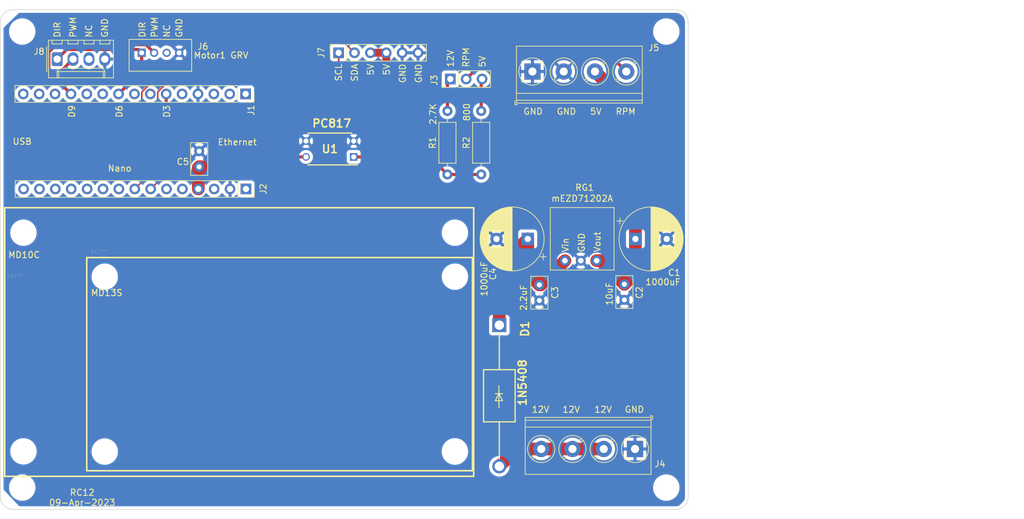
<source format=kicad_pcb>
(kicad_pcb (version 20211014) (generator pcbnew)
  (layers (0 "F.Cu" signal) (31 "B.Cu" signal) (34 "B.Paste" user) (35 "F.Paste" user) (36 "B.SilkS" user "B.Silkscreen") (37 "F.SilkS" user "F.Silkscreen") (38 "B.Mask" user) (39 "F.Mask" user) (44 "Edge.Cuts" user))
  (net 0 "")
  (net 1 "GND")
  (net 2 "RPM")
  (net 3 "Dir")
  (net 4 "PWM")
  (net 5 "+5V")
  (net 6 "Net-(C3-Pad1)")
  (net 7 "+12V")
  (net 12 "Net-(J3-Pad1)")
  (net 24 "Net-(J2-Pad7)")
  (net 25 "Net-(J2-Pad8)")
  (net 32 "RPM Sensor")
  (net 34 "Net-(J3-Pad3)")
  (net 35 "Net-(R1-Pad1)")
  (footprint "MountingHole:MountingHole_3.2mm_M3" (layer "F.Cu") (at 28.5 96.5 180)
    (fp_text reference " " (at 0 -4.2) (layer "F.SilkS"))
    (fp_text value " ")
    (pad "" np_thru_hole circle (at 0 0 180) (size 3.2 3.2) (drill 3.2) (layers *.Cu *.Mask))
  )
  (footprint "MyFootprints:PC817" (layer "F.Cu") (at 77.7 42.3 180)
    (fp_text reference "U1" (at 0 0) (layer "F.SilkS") (effects (font (size 1.27 1.27) (thickness 0.254))))
    (fp_text value "PC817" (at -0.3 4.1) (layer "F.SilkS") (effects (font (size 1.27 1.27) (thickness 0.254))))
    (pad "1" thru_hole rect (at -3.81 -1.27 180) (size 1.2 1.2) (drill 0.8) (layers *.Cu *.Mask) (net 35 "Net-(R1-Pad1)"))
    (pad "2" thru_hole circle (at -3.81 1.27 180) (size 1.2 1.2) (drill 0.8) (layers *.Cu *.Mask) (net 1 "GND"))
    (pad "3" thru_hole circle (at 3.81 1.27 180) (size 1.2 1.2) (drill 0.8) (layers *.Cu *.Mask) (net 1 "GND"))
    (pad "4" thru_hole circle (at 3.81 -1.27 180) (size 1.2 1.2) (drill 0.8) (layers *.Cu *.Mask) (net 2 "RPM"))
  )
  (footprint "Connector_PinSocket_2.54mm:PinSocket_1x15_P2.54mm_Vertical" (layer "F.Cu") (at 64.28 48.7 -90)
    (fp_text reference "J2" (at 0 -2.77 90) (layer "F.SilkS"))
    (fp_text value "Conn_01x15_Female")
    (pad "1" thru_hole rect (at 0 0 270) (size 1.7 1.7) (drill 1) (layers *.Cu *.Mask))
    (pad "2" thru_hole oval (at 0 2.54 270) (size 1.7 1.7) (drill 1) (layers *.Cu *.Mask) (net 1 "GND"))
    (pad "3" thru_hole oval (at 0 5.08 270) (size 1.7 1.7) (drill 1) (layers *.Cu *.Mask))
    (pad "4" thru_hole oval (at 0 7.62 270) (size 1.7 1.7) (drill 1) (layers *.Cu *.Mask) (net 5 "+5V"))
    (pad "5" thru_hole oval (at 0 10.16 270) (size 1.7 1.7) (drill 1) (layers *.Cu *.Mask))
    (pad "6" thru_hole oval (at 0 12.7 270) (size 1.7 1.7) (drill 1) (layers *.Cu *.Mask))
    (pad "7" thru_hole oval (at 0 15.24 270) (size 1.7 1.7) (drill 1) (layers *.Cu *.Mask) (net 24 "Net-(J2-Pad7)"))
    (pad "8" thru_hole oval (at 0 17.78 270) (size 1.7 1.7) (drill 1) (layers *.Cu *.Mask) (net 25 "Net-(J2-Pad8)"))
    (pad "9" thru_hole oval (at 0 20.32 270) (size 1.7 1.7) (drill 1) (layers *.Cu *.Mask))
    (pad "10" thru_hole oval (at 0 22.86 270) (size 1.7 1.7) (drill 1) (layers *.Cu *.Mask))
    (pad "11" thru_hole oval (at 0 25.4 270) (size 1.7 1.7) (drill 1) (layers *.Cu *.Mask))
    (pad "12" thru_hole oval (at 0 27.94 270) (size 1.7 1.7) (drill 1) (layers *.Cu *.Mask))
    (pad "13" thru_hole oval (at 0 30.48 270) (size 1.7 1.7) (drill 1) (layers *.Cu *.Mask))
    (pad "14" thru_hole oval (at 0 33.02 270) (size 1.7 1.7) (drill 1) (layers *.Cu *.Mask))
    (pad "15" thru_hole oval (at 0 35.56 270) (size 1.7 1.7) (drill 1) (layers *.Cu *.Mask))
  )
  (footprint "Capacitor_THT:C_Disc_D5.0mm_W2.5mm_P2.50mm" (layer "F.Cu") (at 111.2 64.05 -90)
    (fp_text reference "C3" (at 1.25 -2.5 90) (layer "F.SilkS"))
    (fp_text value "2.2uF" (at 2.05 2.5 90) (layer "F.SilkS"))
    (pad "1" thru_hole circle (at 0 0 270) (size 1.6 1.6) (drill 0.8) (layers *.Cu *.Mask) (net 6 "Net-(C3-Pad1)"))
    (pad "2" thru_hole circle (at 2.5 0 270) (size 1.6 1.6) (drill 0.8) (layers *.Cu *.Mask) (net 1 "GND"))
  )
  (footprint "Connector_PinSocket_2.54mm:PinSocket_1x15_P2.54mm_Vertical" (layer "F.Cu") (at 64.23 33.49 -90)
    (fp_text reference "J1" (at 2.61 -0.87 90) (layer "F.SilkS"))
    (fp_text value "Conn_01x15_Female")
    (pad "1" thru_hole rect (at 0 0 270) (size 1.7 1.7) (drill 1) (layers *.Cu *.Mask))
    (pad "2" thru_hole oval (at 0 2.54 270) (size 1.7 1.7) (drill 1) (layers *.Cu *.Mask))
    (pad "3" thru_hole oval (at 0 5.08 270) (size 1.7 1.7) (drill 1) (layers *.Cu *.Mask))
    (pad "4" thru_hole oval (at 0 7.62 270) (size 1.7 1.7) (drill 1) (layers *.Cu *.Mask) (net 1 "GND"))
    (pad "5" thru_hole oval (at 0 10.16 270) (size 1.7 1.7) (drill 1) (layers *.Cu *.Mask))
    (pad "6" thru_hole oval (at 0 12.7 270) (size 1.7 1.7) (drill 1) (layers *.Cu *.Mask) (net 2 "RPM"))
    (pad "7" thru_hole oval (at 0 15.24 270) (size 1.7 1.7) (drill 1) (layers *.Cu *.Mask))
    (pad "8" thru_hole oval (at 0 17.78 270) (size 1.7 1.7) (drill 1) (layers *.Cu *.Mask))
    (pad "9" thru_hole oval (at 0 20.32 270) (size 1.7 1.7) (drill 1) (layers *.Cu *.Mask) (net 3 "Dir"))
    (pad "10" thru_hole oval (at 0 22.86 270) (size 1.7 1.7) (drill 1) (layers *.Cu *.Mask))
    (pad "11" thru_hole oval (at 0 25.4 270) (size 1.7 1.7) (drill 1) (layers *.Cu *.Mask))
    (pad "12" thru_hole oval (at 0 27.94 270) (size 1.7 1.7) (drill 1) (layers *.Cu *.Mask) (net 4 "PWM"))
    (pad "13" thru_hole oval (at 0 30.48 270) (size 1.7 1.7) (drill 1) (layers *.Cu *.Mask))
    (pad "14" thru_hole oval (at 0 33.02 270) (size 1.7 1.7) (drill 1) (layers *.Cu *.Mask))
    (pad "15" thru_hole oval (at 0 35.56 270) (size 1.7 1.7) (drill 1) (layers *.Cu *.Mask))
  )
  (footprint "MountingHole:MountingHole_3.2mm_M3" (layer "F.Cu") (at 131.5 23.5 180)
    (fp_text reference " " (at -56.7 -46.8) (layer "F.SilkS"))
    (fp_text value " ")
    (pad "" np_thru_hole circle (at 0 0 180) (size 3.2 3.2) (drill 3.2) (layers *.Cu *.Mask))
  )
  (footprint "MyFootprints:MD10C" (layer "F.Cu") (at 25.7 94.7)
    (fp_text reference "REF**" (at 1.65 -32.05) (layer "F.SilkS") (effects (font (size 0.6 0.6) (thickness 0.015))))
    (fp_text value "MDD10A" hide)
    (fp_text user "MD10C" (at 3.1 -35.45) (layer "F.SilkS"))
    (pad "" np_thru_hole circle (at 72 -39) (size 3.2 3.2) (drill 3.2) (layers F&B.Cu *.Mask))
    (pad "" np_thru_hole circle (at 3 -4) (size 3.2 3.2) (drill 3.2) (layers F&B.Cu *.Mask))
    (pad "" np_thru_hole circle (at 3 -39) (size 3.2 3.2) (drill 3.2) (layers F&B.Cu *.Mask))
    (pad "" np_thru_hole circle (at 72 -4) (size 3.2 3.2) (drill 3.2) (layers F&B.Cu *.Mask))
  )
  (footprint "Capacitor_THT:CP_Radial_D10.0mm_P5.00mm" (layer "F.Cu") (at 109.348 56.7 180)
    (fp_text reference "C4" (at 5.567677 -5.6 90) (layer "F.SilkS"))
    (fp_text value "1000uF" (at 6.967677 -6.4 90) (layer "F.SilkS"))
    (pad "1" thru_hole rect (at 0 0 180) (size 2 2) (drill 1) (layers *.Cu *.Mask) (net 6 "Net-(C3-Pad1)"))
    (pad "2" thru_hole circle (at 5 0 180) (size 2 2) (drill 1) (layers *.Cu *.Mask) (net 1 "GND"))
  )
  (footprint "TerminalBlock_Phoenix:TerminalBlock_Phoenix_PT-1,5-4-5.0-H_1x04_P5.00mm_Horizontal" (layer "F.Cu") (at 110.1 29.9)
    (fp_text reference "J5" (at 19.4 -3.8) (layer "F.SilkS"))
    (fp_text value "Screw_Terminal_01x04")
    (pad "1" thru_hole rect (at 0 0) (size 2.6 2.6) (drill 1.3) (layers *.Cu *.Mask) (net 1 "GND"))
    (pad "2" thru_hole circle (at 5 0) (size 2.6 2.6) (drill 1.3) (layers *.Cu *.Mask) (net 1 "GND"))
    (pad "3" thru_hole circle (at 10 0) (size 2.6 2.6) (drill 1.3) (layers *.Cu *.Mask) (net 5 "+5V"))
    (pad "4" thru_hole circle (at 15 0) (size 2.6 2.6) (drill 1.3) (layers *.Cu *.Mask) (net 32 "RPM Sensor"))
  )
  (footprint "Capacitor_THT:CP_Radial_D10.0mm_P5.00mm" (layer "F.Cu") (at 126.564646 56.7)
    (fp_text reference "C1" (at 6.206062 5.4 180) (layer "F.SilkS"))
    (fp_text value "1000uF" (at 4.406062 6.9 180) (layer "F.SilkS"))
    (pad "1" thru_hole rect (at 0 0) (size 2 2) (drill 1) (layers *.Cu *.Mask) (net 5 "+5V"))
    (pad "2" thru_hole circle (at 5 0) (size 2 2) (drill 1) (layers *.Cu *.Mask) (net 1 "GND"))
  )
  (footprint "Capacitor_THT:C_Disc_D5.0mm_W2.5mm_P2.50mm" (layer "F.Cu") (at 124.8 63.95 -90)
    (fp_text reference "C2" (at 1.35 -2.4 90) (layer "F.SilkS"))
    (fp_text value "10uF" (at 1.55 2.4 90) (layer "F.SilkS"))
    (pad "1" thru_hole circle (at 0 0 270) (size 1.6 1.6) (drill 0.8) (layers *.Cu *.Mask) (net 5 "+5V"))
    (pad "2" thru_hole circle (at 2.5 0 270) (size 1.6 1.6) (drill 0.8) (layers *.Cu *.Mask) (net 1 "GND"))
  )
  (footprint "Capacitor_THT:C_Disc_D5.0mm_W2.5mm_P2.50mm" (layer "F.Cu") (at 56.8 42.65 -90)
    (fp_text reference "C5" (at 1.7 2.6) (layer "F.SilkS"))
    (fp_text value "0.1uf")
    (pad "1" thru_hole circle (at 0 0 270) (size 1.6 1.6) (drill 0.8) (layers *.Cu *.Mask) (net 1 "GND"))
    (pad "2" thru_hole circle (at 2.5 0 270) (size 1.6 1.6) (drill 0.8) (layers *.Cu *.Mask) (net 5 "+5V"))
  )
  (footprint "TerminalBlock_Phoenix:TerminalBlock_Phoenix_PT-1,5-4-5.0-H_1x04_P5.00mm_Horizontal" (layer "F.Cu") (at 126.5 90.322 180)
    (fp_text reference "J4" (at -4 -2.4) (layer "F.SilkS"))
    (fp_text value "Screw_Terminal_01x04")
    (pad "1" thru_hole rect (at 0 0 180) (size 2.6 2.6) (drill 1.3) (layers *.Cu *.Mask) (net 1 "GND"))
    (pad "2" thru_hole circle (at 5 0 180) (size 2.6 2.6) (drill 1.3) (layers *.Cu *.Mask) (net 7 "+12V"))
    (pad "3" thru_hole circle (at 10 0 180) (size 2.6 2.6) (drill 1.3) (layers *.Cu *.Mask) (net 7 "+12V"))
    (pad "4" thru_hole circle (at 15 0 180) (size 2.6 2.6) (drill 1.3) (layers *.Cu *.Mask) (net 7 "+12V"))
  )
  (footprint "MyFootprints:Grove" (layer "F.Cu") (at 50.6 26.9)
    (fp_text reference "J6" (at 6.8 -1) (layer "F.SilkS"))
    (fp_text value "Motor1 GRV" (at 9.7 0.4) (layer "F.SilkS"))
    (pad "1" thru_hole rect locked (at -3 0) (size 1.308 1.308) (drill 0.8) (layers *.Cu *.Mask) (net 3 "Dir"))
    (pad "2" thru_hole circle locked (at -1 0) (size 1.308 1.308) (drill 0.8) (layers *.Cu *.Mask) (net 4 "PWM"))
    (pad "3" thru_hole circle locked (at 1 0) (size 1.308 1.308) (drill 0.8) (layers *.Cu *.Mask))
    (pad "4" thru_hole circle locked (at 3 0) (size 1.308 1.308) (drill 0.8) (layers *.Cu *.Mask) (net 1 "GND"))
  )
  (footprint "Resistor_THT:R_Axial_DIN0207_L6.3mm_D2.5mm_P10.16mm_Horizontal" (layer "F.Cu") (at 96.5 46.38 90)
    (fp_text reference "R1" (at 5.08 -2.37 90) (layer "F.SilkS"))
    (fp_text value "2.7K" (at 9.68 -2.3 90) (layer "F.SilkS"))
    (pad "1" thru_hole circle (at 0 0 90) (size 1.6 1.6) (drill 0.8) (layers *.Cu *.Mask) (net 35 "Net-(R1-Pad1)"))
    (pad "2" thru_hole oval (at 10.16 0 90) (size 1.6 1.6) (drill 0.8) (layers *.Cu *.Mask) (net 12 "Net-(J3-Pad1)"))
  )
  (footprint "Connector_PinSocket_2.54mm:PinSocket_1x06_P2.54mm_Vertical" (layer "F.Cu") (at 79.1 26.9 90)
    (fp_text reference "J7" (at 0 -2.77 90) (layer "F.SilkS"))
    (fp_text value "Conn_01x06_Female")
    (pad "1" thru_hole rect (at 0 0 90) (size 1.7 1.7) (drill 1) (layers *.Cu *.Mask) (net 24 "Net-(J2-Pad7)"))
    (pad "2" thru_hole oval (at 0 2.54 90) (size 1.7 1.7) (drill 1) (layers *.Cu *.Mask) (net 25 "Net-(J2-Pad8)"))
    (pad "3" thru_hole oval (at 0 5.08 90) (size 1.7 1.7) (drill 1) (layers *.Cu *.Mask) (net 5 "+5V"))
    (pad "4" thru_hole oval (at 0 7.62 90) (size 1.7 1.7) (drill 1) (layers *.Cu *.Mask) (net 5 "+5V"))
    (pad "5" thru_hole oval (at 0 10.16 90) (size 1.7 1.7) (drill 1) (layers *.Cu *.Mask) (net 1 "GND"))
    (pad "6" thru_hole oval (at 0 12.7 90) (size 1.7 1.7) (drill 1) (layers *.Cu *.Mask) (net 1 "GND"))
  )
  (footprint "Connector_PinHeader_2.54mm:PinHeader_1x03_P2.54mm_Vertical" (layer "F.Cu") (at 96.96 31.1 90)
    (fp_text reference "J3" (at -0.2 -2.56 90) (layer "F.SilkS"))
    (fp_text value "Conn_01x03_Male")
    (pad "1" thru_hole rect (at 0 0 90) (size 1.7 1.7) (drill 1) (layers *.Cu *.Mask) (net 12 "Net-(J3-Pad1)"))
    (pad "2" thru_hole oval (at 0 2.54 90) (size 1.7 1.7) (drill 1) (layers *.Cu *.Mask) (net 32 "RPM Sensor"))
    (pad "3" thru_hole oval (at 0 5.08 90) (size 1.7 1.7) (drill 1) (layers *.Cu *.Mask) (net 34 "Net-(J3-Pad3)"))
  )
  (footprint "Resistor_THT:R_Axial_DIN0207_L6.3mm_D2.5mm_P10.16mm_Horizontal" (layer "F.Cu") (at 101.9 46.38 90)
    (fp_text reference "R2" (at 5.08 -2.37 90) (layer "F.SilkS"))
    (fp_text value "800" (at 9.98 -2.3 90) (layer "F.SilkS"))
    (pad "1" thru_hole circle (at 0 0 90) (size 1.6 1.6) (drill 0.8) (layers *.Cu *.Mask) (net 35 "Net-(R1-Pad1)"))
    (pad "2" thru_hole oval (at 10.16 0 90) (size 1.6 1.6) (drill 0.8) (layers *.Cu *.Mask) (net 34 "Net-(J3-Pad3)"))
  )
  (footprint "MyFootprints:1N5408" (layer "F.Cu") (at 104.8 70.5 -90)
    (fp_text reference "D1" (at 0.6 -4.1 -270) (layer "F.SilkS") (effects (font (size 1.27 1.27) (thickness 0.254))))
    (fp_text value "1N5408" (at 9.2 -3.7 -270) (layer "F.SilkS") (effects (font (size 1.27 1.27) (thickness 0.254))))
    (pad "1" thru_hole rect (at 0 0 270) (size 2.25 2.25) (drill 1.5) (layers *.Cu *.Mask) (net 6 "Net-(C3-Pad1)"))
    (pad "2" thru_hole circle (at 22.6 0 270) (size 2.25 2.25) (drill 1.5) (layers *.Cu *.Mask) (net 7 "+12V"))
  )
  (footprint "MountingHole:MountingHole_3.2mm_M3" (layer "F.Cu") (at 28.5 23.5 180)
    (fp_text reference " " (at 0 -4.2) (layer "F.SilkS"))
    (fp_text value " ")
    (pad "" np_thru_hole circle (at 0 0 180) (size 3.2 3.2) (drill 3.2) (layers *.Cu *.Mask))
  )
  (footprint "MyFootprints:mEZD71201A" (layer "F.Cu") (at 112.951323 51.675)
    (fp_text reference "RG1" (at 5.4864 -3.2004) (layer "F.SilkS"))
    (fp_text value "mEZD71202A" (at 5.1054 -1.4478) (layer "F.SilkS"))
    (fp_text user "GND" (at 5.0038 5.595238 90) (layer "F.SilkS"))
    (fp_text user "Vin" (at 2.4384 6 90) (layer "F.SilkS"))
    (fp_text user "Vout" (at 7.5184 5.5 90) (layer "F.SilkS"))
    (pad "1" thru_hole circle (at 2.3368 8.5 90) (size 1.59 1.59) (drill 0.89) (layers *.Cu *.Mask) (net 6 "Net-(C3-Pad1)"))
    (pad "2" thru_hole circle (at 4.8768 8.5 90) (size 1.59 1.59) (drill 0.89) (layers *.Cu *.Mask) (net 1 "GND"))
    (pad "3" thru_hole circle (at 7.4168 8.5 90) (size 1.59 1.59) (drill 0.89) (layers *.Cu *.Mask) (net 5 "+5V"))
  )
  (footprint "MountingHole:MountingHole_3.2mm_M3" (layer "F.Cu") (at 131.5 96.5 180)
    (fp_text reference " " (at 0 -4.2) (layer "F.SilkS"))
    (fp_text value " ")
    (pad "" np_thru_hole circle (at 0 0 180) (size 3.2 3.2) (drill 3.2) (layers *.Cu *.Mask))
  )
  (footprint "MyFootprints:MD13S_Outline2" (layer "F.Cu") (at 38.8215 93.7985)
    (fp_text reference "REF**" (at 1.905 -35.052) (layer "F.SilkS") (effects (font (size 0.6 0.6) (thickness 0.015))))
    (fp_text value "MDD10A" hide)
    (fp_text user "MD13S" (at 3.2004 -28.4734) (layer "F.SilkS"))
    (pad "" np_thru_hole circle (at 58.88 -31.06) (size 3.2 3.2) (drill 3.2) (layers F&B.Cu *.Mask))
    (pad "" np_thru_hole circle (at 2.88 -3.06) (size 3.2 3.2) (drill 3.2) (layers F&B.Cu *.Mask))
    (pad "" np_thru_hole circle (at 2.88 -31.06) (size 3.2 3.2) (drill 3.2) (layers F&B.Cu *.Mask))
    (pad "" np_thru_hole circle (at 58.88 -3.06) (size 3.2 3.2) (drill 3.2) (layers F&B.Cu *.Mask))
  )
  (footprint "Connector_Molex:Molex_KK-254_AE-6410-04A_1x04_P2.54mm_Vertical" (layer "F.Cu") (at 34.09 27.92)
    (fp_text reference "J8" (at -2.89 -1.22) (layer "F.SilkS"))
    (fp_text value "Motor1")
    (pad "1" thru_hole roundrect (at 0 0) (size 1.74 2.19) (drill 1.19) (layers *.Cu *.Mask) (roundrect_rratio 0.1436781609) (net 3 "Dir"))
    (pad "2" thru_hole oval (at 2.54 0) (size 1.74 2.19) (drill 1.19) (layers *.Cu *.Mask) (net 4 "PWM"))
    (pad "3" thru_hole oval (at 5.08 0) (size 1.74 2.19) (drill 1.19) (layers *.Cu *.Mask))
    (pad "4" thru_hole oval (at 7.62 0) (size 1.74 2.19) (drill 1.19) (layers *.Cu *.Mask) (net 1 "GND"))
  )
  (gr_line (start 25 98) (end 25 22) (layer "Edge.Cuts") (width 0.1))
  (gr_arc (start 27 100) (mid 25.585786 99.414214) (end 25 98) (layer "Edge.Cuts") (width 0.1))
  (gr_arc (start 135 98) (mid 134.414214 99.414214) (end 133 100) (layer "Edge.Cuts") (width 0.1))
  (gr_line (start 135 98) (end 135 22) (layer "Edge.Cuts") (width 0.1))
  (gr_arc (start 25 22) (mid 25.585786 20.585786) (end 27 20) (layer "Edge.Cuts") (width 0.1))
  (gr_line (start 133 100) (end 27 100) (layer "Edge.Cuts") (width 0.1))
  (gr_line (start 133 20) (end 27 20) (layer "Edge.Cuts") (width 0.1))
  (gr_arc (start 133 20) (mid 134.414214 20.585786) (end 135 22) (layer "Edge.Cuts") (width 0.1))
  (gr_text "Nano" (at 44.1 45.4) (layer "F.SilkS") (effects (font (size 1 1))))
  (gr_text "PWM\n" (at 36.633333 22.795238 90) (layer "F.SilkS") (effects (font (size 1 1))))
  (gr_text "RPM" (at 125 36.3) (layer "F.SilkS") (effects (font (size 1 1))))
  (gr_text "12V" (at 96.985 27.82381 90) (layer "F.SilkS") (effects (font (size 1 1))))
  (gr_text "12V" (at 111.4 84) (layer "F.SilkS") (effects (font (size 1 1))))
  (gr_text "GND" (at 89.34 30.2 90) (layer "F.SilkS") (effects (font (size 1 1))))
  (gr_text "SCL" (at 79.1 30.057143 90) (layer "F.SilkS") (effects (font (size 1 1))))
  (gr_text "NC" (at 39.166666 23.414286 90) (layer "F.SilkS") (effects (font (size 1 1))))
  (gr_text "D9" (at 36.43 36.29 90) (layer "F.SilkS") (effects (font (size 1 1))))
  (gr_text "GND" (at 53.6 22.914286 90) (layer "F.SilkS") (effects (font (size 1 1))))
  (gr_text "12V" (at 116.3 84) (layer "F.SilkS") (effects (font (size 1 1))))
  (gr_text "RPM" (at 99.485 27.633334 90) (layer "F.SilkS") (effects (font (size 1 1))))
  (gr_text "PWM\n" (at 49.666666 22.795238 90) (layer "F.SilkS") (effects (font (size 1 1))))
  (gr_text "GND" (at 126.4 84) (layer "F.SilkS") (effects (font (size 1 1))))
  (gr_text "D6" (at 44.03 36.29 90) (layer "F.SilkS") (effects (font (size 1 1))))
  (gr_text "5V" (at 120.241269 36.3) (layer "F.SilkS") (effects (font (size 1 1))))
  (gr_text "5V" (at 86.78 29.580952 90) (layer "F.SilkS") (effects (font (size 1 1))))
  (gr_text "SDA" (at 81.66 30.080952 90) (layer "F.SilkS") (effects (font (size 1 1))))
  (gr_text "5V" (at 84.22 29.580952 90) (layer "F.SilkS") (effects (font (size 1 1))))
  (gr_text "Ethernet" (at 62.9 41.2) (layer "F.SilkS") (effects (font (size 1 1))))
  (gr_text "5V" (at 102.085 28.3 90) (layer "F.SilkS") (effects (font (size 1 1))))
  (gr_text "D3" (at 51.63 36.29 90) (layer "F.SilkS") (effects (font (size 1 1))))
  (gr_text "GND" (at 115.530158 36.3) (layer "F.SilkS") (effects (font (size 1 1))))
  (gr_text "GND" (at 91.9 30.2 90) (layer "F.SilkS") (effects (font (size 1 1))))
  (gr_text "RC12\n09-Apr-2023" (at 38.1 98.1) (layer "F.SilkS") (effects (font (size 1 1))))
  (gr_text "GND" (at 110.2 36.3) (layer "F.SilkS") (effects (font (size 1 1))))
  (gr_text "DIR\n" (at 47.7 23.2 90) (layer "F.SilkS") (effects (font (size 1 1))))
  (gr_text "USB" (at 28.5 41.1) (layer "F.SilkS") (effects (font (size 1 1))))
  (gr_text "GND" (at 41.7 22.914286 90) (layer "F.SilkS") (effects (font (size 1 1))))
  (gr_text "DIR\n" (at 34.1 23.2 90) (layer "F.SilkS") (effects (font (size 1 1))))
  (gr_text "NC" (at 51.633332 23.414286 90) (layer "F.SilkS") (effects (font (size 1 1))))
  (gr_text "12V" (at 121.4 84) (layer "F.SilkS") (effects (font (size 1 1))))
  (segment (start 51.53 36.03) (end 51.53 33.49) (width 0.508) (layer "F.Cu") (net 2))
  (segment (start 71.97 43.57) (end 66.4 38) (width 0.508) (layer "F.Cu") (net 2))
  (segment (start 73.89 43.57) (end 71.97 43.57) (width 0.508) (layer "F.Cu") (net 2))
  (segment (start 66.4 38) (end 53.5 38) (width 0.508) (layer "F.Cu") (net 2))
  (segment (start 53.5 38) (end 51.53 36.03) (width 0.508) (layer "F.Cu") (net 2))
  (segment (start 47.6 26.9) (end 47.6 29.8) (width 0.508) (layer "F.Cu") (net 3))
  (segment (start 47.071 26.371) (end 47.6 26.9) (width 0.508) (layer "F.Cu") (net 3))
  (segment (start 34.09 27.92) (end 35.639 26.371) (width 0.508) (layer "F.Cu") (net 3))
  (segment (start 35.639 26.371) (end 47.071 26.371) (width 0.508) (layer "F.Cu") (net 3))
  (segment (start 47.6 29.8) (end 43.91 33.49) (width 0.508) (layer "F.Cu") (net 3))
  (segment (start 32.766 29.966) (end 33.5 30.7) (width 0.508) (layer "F.Cu") (net 4))
  (segment (start 32.766 26.783394) (end 32.766 29.966) (width 0.508) (layer "F.Cu") (net 4))
  (segment (start 33.85 30.7) (end 33.5 30.7) (width 0.508) (layer "F.Cu") (net 4))
  (segment (start 36.63 27.92) (end 33.85 30.7) (width 0.508) (layer "F.Cu") (net 4))
  (segment (start 48.3 25.6) (end 49.6 26.9) (width 0.508) (layer "F.Cu") (net 4))
  (segment (start 33.5 30.7) (end 36.29 33.49) (width 0.508) (layer "F.Cu") (net 4))
  (segment (start 33.949394 25.6) (end 48.3 25.6) (width 0.508) (layer "F.Cu") (net 4))
  (segment (start 32.766 26.783394) (end 33.949394 25.6) (width 0.508) (layer "F.Cu") (net 4))
  (segment (start 71.487142 49.535354) (end 104.735354 49.535354) (width 2.032) (layer "F.Cu") (net 5))
  (segment (start 121.025 60.175) (end 124.8 63.95) (width 2.032) (layer "F.Cu") (net 5))
  (segment (start 67.101788 45.15) (end 71.487142 49.535354) (width 2.032) (layer "F.Cu") (net 5))
  (segment (start 104.735354 49.535354) (end 126.564646 49.535354) (width 2.032) (layer "F.Cu") (net 5))
  (segment (start 126.564646 49.535354) (end 126.564646 36.364646) (width 2.032) (layer "F.Cu") (net 5))
  (segment (start 126.564646 36.364646) (end 120.1 29.9) (width 2.032) (layer "F.Cu") (net 5))
  (segment (start 56.66 45.29) (end 56.8 45.15) (width 2.032) (layer "F.Cu") (net 5))
  (segment (start 84.18 26.9) (end 86.72 26.9) (width 1.27) (layer "F.Cu") (net 5))
  (segment (start 86.72 30.92) (end 86.72 26.9) (width 1.27) (layer "F.Cu") (net 5))
  (segment (start 96.4 40.6) (end 86.72 30.92) (width 1.27) (layer "F.Cu") (net 5))
  (segment (start 120.368123 60.175) (end 121.025 60.175) (width 2.032) (layer "F.Cu") (net 5))
  (segment (start 126.564646 56.7) (end 126.564646 49.535354) (width 2.032) (layer "F.Cu") (net 5))
  (segment (start 99.5 40.6) (end 104.735354 45.835354) (width 1.27) (layer "F.Cu") (net 5))
  (segment (start 56.8 45.15) (end 67.101788 45.15) (width 2.032) (layer "F.Cu") (net 5))
  (segment (start 126.564646 56.7) (end 126.564646 62.185354) (width 2.032) (layer "F.Cu") (net 5))
  (segment (start 56.66 48.7) (end 56.66 45.29) (width 2.032) (layer "F.Cu") (net 5))
  (segment (start 104.735354 45.835354) (end 104.735354 49.535354) (width 1.27) (layer "F.Cu") (net 5))
  (segment (start 96.4 40.6) (end 99.5 40.6) (width 1.27) (layer "F.Cu") (net 5))
  (segment (start 126.564646 62.185354) (end 124.8 63.95) (width 2.032) (layer "F.Cu") (net 5))
  (segment (start 109.348 56.7) (end 109.348 62.198) (width 2.032) (layer "F.Cu") (net 6))
  (segment (start 104.8 61.248) (end 109.348 56.7) (width 2.032) (layer "F.Cu") (net 6))
  (segment (start 109.348 62.198) (end 111.2 64.05) (width 2.032) (layer "F.Cu") (net 6))
  (segment (start 111.2 64.05) (end 111.413123 64.05) (width 2.032) (layer "F.Cu") (net 6))
  (segment (start 104.8 70.5) (end 104.8 61.248) (width 2.032) (layer "F.Cu") (net 6))
  (segment (start 111.413123 64.05) (end 115.288123 60.175) (width 2.032) (layer "F.Cu") (net 6))
  (segment (start 111.5 90.322) (end 107.578 90.322) (width 2.032) (layer "F.Cu") (net 7))
  (segment (start 116.5 90.322) (end 111.5 90.322) (width 2.032) (layer "F.Cu") (net 7))
  (segment (start 121.5 90.322) (end 116.5 90.322) (width 2.032) (layer "F.Cu") (net 7))
  (segment (start 107.578 90.322) (end 104.8 93.1) (width 2.032) (layer "F.Cu") (net 7))
  (segment (start 96.5 36.22) (end 96.5 31.56) (width 0.508) (layer "F.Cu") (net 12))
  (segment (start 96.5 31.56) (end 96.96 31.1) (width 0.508) (layer "F.Cu") (net 12))
  (segment (start 79.1 28.8) (end 79.1 26.9) (width 0.254) (layer "F.Cu") (net 24))
  (segment (start 76.746499 31.153501) (end 79.1 28.8) (width 0.254) (layer "F.Cu") (net 24))
  (segment (start 52.201969 31.153501) (end 76.746499 31.153501) (width 0.254) (layer "F.Cu") (net 24))
  (segment (start 49.04 48.7) (end 50.167 47.573) (width 0.254) (layer "F.Cu") (net 24))
  (segment (start 50.167 47.573) (end 50.167 33.18847) (width 0.254) (layer "F.Cu") (net 24))
  (segment (start 50.167 33.18847) (end 52.201969 31.153501) (width 0.254) (layer "F.Cu") (net 24))
  (segment (start 72.6 30.7) (end 78.3 25) (width 0.254) (layer "F.Cu") (net 25))
  (segment (start 47.627 33.18847) (end 50.11547 30.7) (width 0.254) (layer "F.Cu") (net 25))
  (segment (start 50.11547 30.7) (end 72.6 30.7) (width 0.254) (layer "F.Cu") (net 25))
  (segment (start 46.5 48.7) (end 47.627 47.573) (width 0.254) (layer "F.Cu") (net 25))
  (segment (start 78.3 25) (end 79.74 25) (width 0.254) (layer "F.Cu") (net 25))
  (segment (start 79.74 25) (end 81.64 26.9) (width 0.254) (layer "F.Cu") (net 25))
  (segment (start 47.627 47.573) (end 47.627 33.18847) (width 0.254) (layer "F.Cu") (net 25))
  (segment (start 99.5 31.1) (end 103.8 26.8) (width 0.508) (layer "F.Cu") (net 32))
  (segment (start 122.2 27) (end 125.1 29.9) (width 0.508) (layer "F.Cu") (net 32))
  (segment (start 103.8 26.8) (end 122.2 26.8) (width 0.508) (layer "F.Cu") (net 32))
  (segment (start 122.2 26.8) (end 122.2 27) (width 0.508) (layer "F.Cu") (net 32))
  (segment (start 101.9 31.24) (end 102.04 31.1) (width 0.508) (layer "F.Cu") (net 34))
  (segment (start 101.9 36.22) (end 101.9 31.24) (width 0.508) (layer "F.Cu") (net 34))
  (segment (start 93.69 43.57) (end 96.5 46.38) (width 0.508) (layer "F.Cu") (net 35))
  (segment (start 96.5 46.38) (end 101.9 46.38) (width 0.508) (layer "F.Cu") (net 35))
  (segment (start 81.51 43.57) (end 93.69 43.57) (width 0.508) (layer "F.Cu") (net 35))
  (zone (net 1) (net_name "GND") (layer "B.Cu") (connect_pads (clearance 0.508)) (min_thickness 0.254) (fill yes (thermal_gap 0.508) (thermal_bridge_width 0.508))
    (polygon (pts (xy 28.5 100) (xy 25.2 96.5) (xy 25.1 23.3) (xy 28.4 20.1) (xy 133.2 20.1) (xy 134.9 21.8) (xy 134.9 98) (xy 133.1 99.9)))
  )
)
</source>
